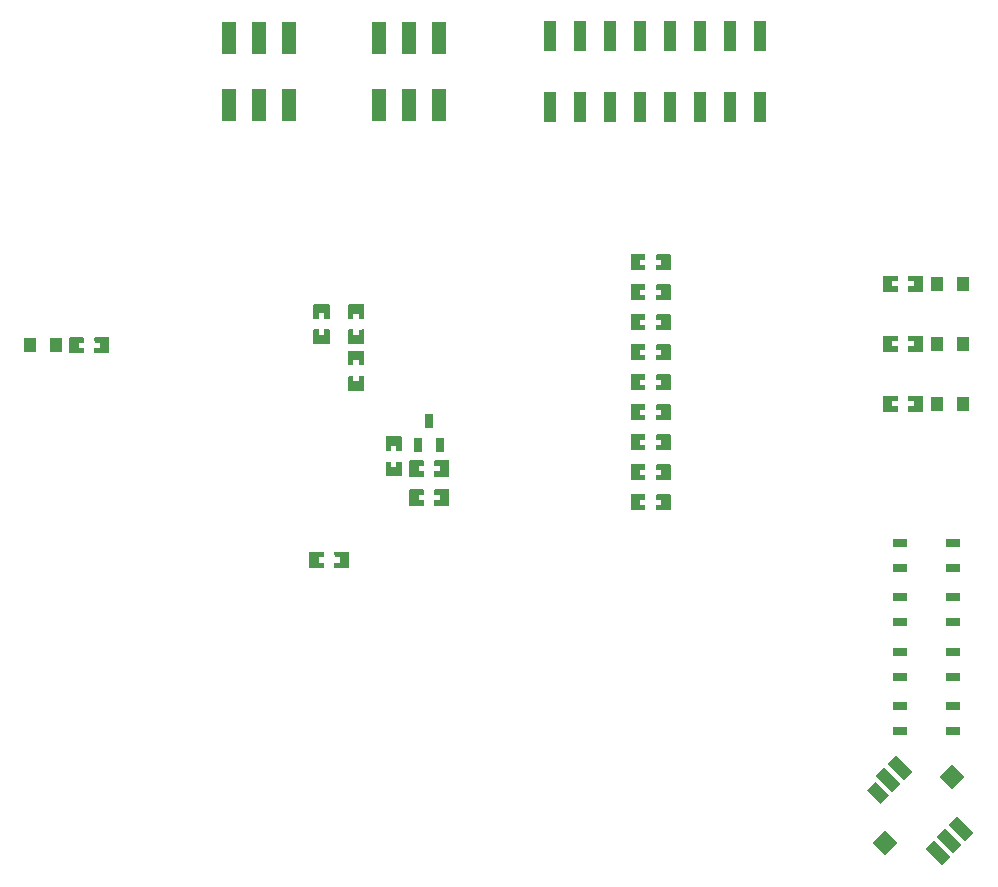
<source format=gtp>
G04 Layer: TopPasteMaskLayer*
G04 EasyEDA Pro v2.1.21.9b64d12f.b3811b, 2024-07-11 22:11:45*
G04 Gerber Generator version 0.3*
G04 Scale: 100 percent, Rotated: No, Reflected: No*
G04 Dimensions in millimeters*
G04 Leading zeros omitted, absolute positions, 3 integers and 3 decimals*
%FSLAX33Y33*%
%MOMM*%
%AMRect*21,1,$1,$2,0,0,$3*%
%ADD10R,1.0X1.25*%
%ADD11R,1.0X1.25*%
%ADD12R,0.7X1.25*%
%ADD13R,1.27X2.8*%
%ADD14Rect,2.0X1.0X-45.0*%
%ADD15Rect,1.6036X1.0X-45.0*%
%ADD16Rect,1.6X1.0X-45.0*%
%ADD17Rect,1.5X1.5X-45.0*%
%ADD18R,1.3X0.7*%
%ADD19R,1.02X2.5*%
G75*


G04 PolygonModel Start*
G36*
G01X49653Y2931D02*
G01X49653Y1651D01*
G01X49603Y1601D01*
G01X48453D01*
G01X48403Y1651D01*
G01X48398Y2061D01*
G01X48848D01*
G01Y2511D01*
G01X48408D01*
G01X48403Y2931D01*
G01X48453Y2981D01*
G01X49603D01*
G01X49653Y2931D01*
G37*
G36*
G01X47503Y2931D02*
G01X47503Y2511D01*
G01X47058D01*
G01Y2061D01*
G01X47498D01*
G01X47503Y1651D01*
G01X47453Y1601D01*
G01X46303D01*
G01X46253Y1651D01*
G01Y2931D01*
G01X46303Y2981D01*
G01X47453D01*
G01X47503Y2931D01*
G37*
G36*
G01X49653Y8011D02*
G01X49653Y6731D01*
G01X49603Y6681D01*
G01X48453D01*
G01X48403Y6731D01*
G01X48398Y7141D01*
G01X48848D01*
G01Y7591D01*
G01X48408D01*
G01X48403Y8011D01*
G01X48453Y8061D01*
G01X49603D01*
G01X49653Y8011D01*
G37*
G36*
G01X47503Y8011D02*
G01X47503Y7591D01*
G01X47058D01*
G01Y7141D01*
G01X47498D01*
G01X47503Y6731D01*
G01X47453Y6681D01*
G01X46303D01*
G01X46253Y6731D01*
G01Y8011D01*
G01X46303Y8061D01*
G01X47453D01*
G01X47503Y8011D01*
G37*
G36*
G01X-22655Y6599D02*
G01X-22655Y7879D01*
G01X-22605Y7929D01*
G01X-21455D01*
G01X-21405Y7879D01*
G01X-21400Y7469D01*
G01X-21850D01*
G01Y7019D01*
G01X-21410D01*
G01X-21405Y6599D01*
G01X-21455Y6549D01*
G01X-22605D01*
G01X-22655Y6599D01*
G37*
G36*
G01X-20505Y6599D02*
G01X-20505Y7019D01*
G01X-20060D01*
G01Y7469D01*
G01X-20500D01*
G01X-20505Y7879D01*
G01X-20455Y7929D01*
G01X-19305D01*
G01X-19255Y7879D01*
G01Y6599D01*
G01X-19305Y6549D01*
G01X-20455D01*
G01X-20505Y6599D01*
G37*
G36*
G01X28282Y7294D02*
G01X28282Y6014D01*
G01X28232Y5964D01*
G01X27082D01*
G01X27032Y6014D01*
G01X27027Y6424D01*
G01X27477D01*
G01Y6874D01*
G01X27037D01*
G01X27032Y7294D01*
G01X27082Y7344D01*
G01X28232D01*
G01X28282Y7294D01*
G37*
G36*
G01X26132Y7294D02*
G01X26132Y6874D01*
G01X25687D01*
G01Y6424D01*
G01X26127D01*
G01X26132Y6014D01*
G01X26082Y5964D01*
G01X24932D01*
G01X24882Y6014D01*
G01Y7294D01*
G01X24932Y7344D01*
G01X26082D01*
G01X26132Y7294D01*
G37*
G36*
G01X28282Y9834D02*
G01X28282Y8554D01*
G01X28232Y8504D01*
G01X27082D01*
G01X27032Y8554D01*
G01X27027Y8964D01*
G01X27477D01*
G01Y9414D01*
G01X27037D01*
G01X27032Y9834D01*
G01X27082Y9884D01*
G01X28232D01*
G01X28282Y9834D01*
G37*
G36*
G01X26132Y9834D02*
G01X26132Y9414D01*
G01X25687D01*
G01Y8964D01*
G01X26127D01*
G01X26132Y8554D01*
G01X26082Y8504D01*
G01X24932D01*
G01X24882Y8554D01*
G01Y9834D01*
G01X24932Y9884D01*
G01X26082D01*
G01X26132Y9834D01*
G37*
G36*
G01X28282Y12374D02*
G01X28282Y11094D01*
G01X28232Y11044D01*
G01X27082D01*
G01X27032Y11094D01*
G01X27027Y11504D01*
G01X27477D01*
G01Y11954D01*
G01X27037D01*
G01X27032Y12374D01*
G01X27082Y12424D01*
G01X28232D01*
G01X28282Y12374D01*
G37*
G36*
G01X26132Y12374D02*
G01X26132Y11954D01*
G01X25687D01*
G01Y11504D01*
G01X26127D01*
G01X26132Y11094D01*
G01X26082Y11044D01*
G01X24932D01*
G01X24882Y11094D01*
G01Y12374D01*
G01X24932Y12424D01*
G01X26082D01*
G01X26132Y12374D01*
G37*
G36*
G01X28282Y14914D02*
G01X28282Y13634D01*
G01X28232Y13584D01*
G01X27082D01*
G01X27032Y13634D01*
G01X27027Y14044D01*
G01X27477D01*
G01Y14494D01*
G01X27037D01*
G01X27032Y14914D01*
G01X27082Y14964D01*
G01X28232D01*
G01X28282Y14914D01*
G37*
G36*
G01X26132Y14914D02*
G01X26132Y14494D01*
G01X25687D01*
G01Y14044D01*
G01X26127D01*
G01X26132Y13634D01*
G01X26082Y13584D01*
G01X24932D01*
G01X24882Y13634D01*
G01Y14914D01*
G01X24932Y14964D01*
G01X26082D01*
G01X26132Y14914D01*
G37*
G36*
G01X28282Y-5406D02*
G01X28282Y-6686D01*
G01X28232Y-6736D01*
G01X27082D01*
G01X27032Y-6686D01*
G01X27027Y-6276D01*
G01X27477D01*
G01Y-5826D01*
G01X27037D01*
G01X27032Y-5406D01*
G01X27082Y-5356D01*
G01X28232D01*
G01X28282Y-5406D01*
G37*
G36*
G01X26132Y-5406D02*
G01X26132Y-5826D01*
G01X25687D01*
G01Y-6276D01*
G01X26127D01*
G01X26132Y-6686D01*
G01X26082Y-6736D01*
G01X24932D01*
G01X24882Y-6686D01*
G01Y-5406D01*
G01X24932Y-5356D01*
G01X26082D01*
G01X26132Y-5406D01*
G37*
G36*
G01X28282Y-2866D02*
G01X28282Y-4146D01*
G01X28232Y-4196D01*
G01X27082D01*
G01X27032Y-4146D01*
G01X27027Y-3736D01*
G01X27477D01*
G01Y-3286D01*
G01X27037D01*
G01X27032Y-2866D01*
G01X27082Y-2816D01*
G01X28232D01*
G01X28282Y-2866D01*
G37*
G36*
G01X26132Y-2866D02*
G01X26132Y-3286D01*
G01X25687D01*
G01Y-3736D01*
G01X26127D01*
G01X26132Y-4146D01*
G01X26082Y-4196D01*
G01X24932D01*
G01X24882Y-4146D01*
G01Y-2866D01*
G01X24932Y-2816D01*
G01X26082D01*
G01X26132Y-2866D01*
G37*
G36*
G01X28282Y-326D02*
G01X28282Y-1606D01*
G01X28232Y-1656D01*
G01X27082D01*
G01X27032Y-1606D01*
G01X27027Y-1196D01*
G01X27477D01*
G01Y-746D01*
G01X27037D01*
G01X27032Y-326D01*
G01X27082Y-276D01*
G01X28232D01*
G01X28282Y-326D01*
G37*
G36*
G01X26132Y-326D02*
G01X26132Y-746D01*
G01X25687D01*
G01Y-1196D01*
G01X26127D01*
G01X26132Y-1606D01*
G01X26082Y-1656D01*
G01X24932D01*
G01X24882Y-1606D01*
G01Y-326D01*
G01X24932Y-276D01*
G01X26082D01*
G01X26132Y-326D01*
G37*
G36*
G01X28282Y4754D02*
G01X28282Y3474D01*
G01X28232Y3424D01*
G01X27082D01*
G01X27032Y3474D01*
G01X27027Y3884D01*
G01X27477D01*
G01Y4334D01*
G01X27037D01*
G01X27032Y4754D01*
G01X27082Y4804D01*
G01X28232D01*
G01X28282Y4754D01*
G37*
G36*
G01X26132Y4754D02*
G01X26132Y4334D01*
G01X25687D01*
G01Y3884D01*
G01X26127D01*
G01X26132Y3474D01*
G01X26082Y3424D01*
G01X24932D01*
G01X24882Y3474D01*
G01Y4754D01*
G01X24932Y4804D01*
G01X26082D01*
G01X26132Y4754D01*
G37*
G36*
G01X28282Y2214D02*
G01X28282Y934D01*
G01X28232Y884D01*
G01X27082D01*
G01X27032Y934D01*
G01X27027Y1344D01*
G01X27477D01*
G01Y1794D01*
G01X27037D01*
G01X27032Y2214D01*
G01X27082Y2264D01*
G01X28232D01*
G01X28282Y2214D01*
G37*
G36*
G01X26132Y2214D02*
G01X26132Y1794D01*
G01X25687D01*
G01Y1344D01*
G01X26127D01*
G01X26132Y934D01*
G01X26082Y884D01*
G01X24932D01*
G01X24882Y934D01*
G01Y2214D01*
G01X24932Y2264D01*
G01X26082D01*
G01X26132Y2214D01*
G37*
G36*
G01X6128Y-6300D02*
G01X6128Y-5020D01*
G01X6178Y-4970D01*
G01X7328D01*
G01X7378Y-5020D01*
G01X7383Y-5430D01*
G01X6933D01*
G01Y-5880D01*
G01X7373D01*
G01X7378Y-6300D01*
G01X7328Y-6350D01*
G01X6178D01*
G01X6128Y-6300D01*
G37*
G36*
G01X8278Y-6300D02*
G01X8278Y-5880D01*
G01X8723D01*
G01Y-5430D01*
G01X8283D01*
G01X8278Y-5020D01*
G01X8328Y-4970D01*
G01X9478D01*
G01X9528Y-5020D01*
G01Y-6300D01*
G01X9478Y-6350D01*
G01X8328D01*
G01X8278Y-6300D01*
G37*
G36*
G01X6128Y-3842D02*
G01X6128Y-2562D01*
G01X6178Y-2512D01*
G01X7328D01*
G01X7378Y-2562D01*
G01X7383Y-2972D01*
G01X6933D01*
G01Y-3422D01*
G01X7373D01*
G01X7378Y-3842D01*
G01X7328Y-3892D01*
G01X6178D01*
G01X6128Y-3842D01*
G37*
G36*
G01X8278Y-3842D02*
G01X8278Y-3422D01*
G01X8723D01*
G01Y-2972D01*
G01X8283D01*
G01X8278Y-2562D01*
G01X8328Y-2512D01*
G01X9478D01*
G01X9528Y-2562D01*
G01Y-3842D01*
G01X9478Y-3892D01*
G01X8328D01*
G01X8278Y-3842D01*
G37*
G36*
G01X1065Y-10282D02*
G01X1065Y-11562D01*
G01X1015Y-11612D01*
G01X-135D01*
G01X-185Y-11562D01*
G01X-190Y-11152D01*
G01X260D01*
G01Y-10702D01*
G01X-180D01*
G01X-185Y-10282D01*
G01X-135Y-10232D01*
G01X1015D01*
G01X1065Y-10282D01*
G37*
G36*
G01X-1085Y-10282D02*
G01X-1085Y-10702D01*
G01X-1530D01*
G01Y-11152D01*
G01X-1090D01*
G01X-1085Y-11562D01*
G01X-1135Y-11612D01*
G01X-2285D01*
G01X-2335Y-11562D01*
G01Y-10282D01*
G01X-2285Y-10232D01*
G01X-1135D01*
G01X-1085Y-10282D01*
G37*
G36*
G01X2291Y3380D02*
G01X1011Y3380D01*
G01X961Y3430D01*
G01Y4580D01*
G01X1011Y4630D01*
G01X1421Y4635D01*
G01Y4185D01*
G01X1871D01*
G01Y4625D01*
G01X2291Y4630D01*
G01X2341Y4580D01*
G01Y3430D01*
G01X2291Y3380D01*
G37*
G36*
G01X2291Y5530D02*
G01X1871Y5530D01*
G01Y5975D01*
G01X1421D01*
G01Y5535D01*
G01X1011Y5530D01*
G01X961Y5580D01*
G01Y6730D01*
G01X1011Y6780D01*
G01X2291D01*
G01X2341Y6730D01*
G01Y5580D01*
G01X2291Y5530D01*
G37*
G36*
G01X2291Y7330D02*
G01X1011Y7330D01*
G01X961Y7380D01*
G01Y8530D01*
G01X1011Y8580D01*
G01X1421Y8585D01*
G01Y8135D01*
G01X1871D01*
G01Y8575D01*
G01X2291Y8580D01*
G01X2341Y8530D01*
G01Y7380D01*
G01X2291Y7330D01*
G37*
G36*
G01X2291Y9480D02*
G01X1871Y9480D01*
G01Y9925D01*
G01X1421D01*
G01Y9485D01*
G01X1011Y9480D01*
G01X961Y9530D01*
G01Y10680D01*
G01X1011Y10730D01*
G01X2291D01*
G01X2341Y10680D01*
G01Y9530D01*
G01X2291Y9480D01*
G37*
G36*
G01X-650Y7342D02*
G01X-1930Y7342D01*
G01X-1980Y7392D01*
G01Y8542D01*
G01X-1930Y8592D01*
G01X-1520Y8597D01*
G01Y8147D01*
G01X-1070D01*
G01Y8587D01*
G01X-650Y8592D01*
G01X-600Y8542D01*
G01Y7392D01*
G01X-650Y7342D01*
G37*
G36*
G01X-650Y9492D02*
G01X-1070Y9492D01*
G01Y9937D01*
G01X-1520D01*
G01Y9497D01*
G01X-1930Y9492D01*
G01X-1980Y9542D01*
G01Y10692D01*
G01X-1930Y10742D01*
G01X-650D01*
G01X-600Y10692D01*
G01Y9542D01*
G01X-650Y9492D01*
G37*
G36*
G01X49653Y13091D02*
G01X49653Y11811D01*
G01X49603Y11761D01*
G01X48453D01*
G01X48403Y11811D01*
G01X48398Y12221D01*
G01X48848D01*
G01Y12671D01*
G01X48408D01*
G01X48403Y13091D01*
G01X48453Y13141D01*
G01X49603D01*
G01X49653Y13091D01*
G37*
G36*
G01X47503Y13091D02*
G01X47503Y12671D01*
G01X47058D01*
G01Y12221D01*
G01X47498D01*
G01X47503Y11811D01*
G01X47453Y11761D01*
G01X46303D01*
G01X46253Y11811D01*
G01Y13091D01*
G01X46303Y13141D01*
G01X47453D01*
G01X47503Y13091D01*
G37*
G36*
G01X4186Y-459D02*
G01X5466Y-459D01*
G01X5516Y-509D01*
G01Y-1659D01*
G01X5466Y-1709D01*
G01X5056Y-1714D01*
G01Y-1264D01*
G01X4606D01*
G01Y-1704D01*
G01X4186Y-1709D01*
G01X4136Y-1659D01*
G01Y-509D01*
G01X4186Y-459D01*
G37*
G36*
G01X4186Y-2609D02*
G01X4606Y-2609D01*
G01Y-3054D01*
G01X5056D01*
G01Y-2614D01*
G01X5466Y-2609D01*
G01X5516Y-2659D01*
G01Y-3809D01*
G01X5466Y-3859D01*
G01X4186D01*
G01X4136Y-3809D01*
G01Y-2659D01*
G01X4186Y-2609D01*
G37*
G04 PolygonModel End*

G04 Pad Start*
G54D10*
G01X50843Y2296D03*
G01X53043Y2296D03*
G01X50843Y7376D03*
G01X53043Y7376D03*
G54D11*
G01X-23792Y7239D03*
G01X-25992Y7239D03*
G54D12*
G01X6878Y-1199D03*
G01X8778Y-1199D03*
G01X7828Y801D03*
G54D13*
G01X-4028Y33216D03*
G01X-4028Y27617D03*
G01X-6568Y33216D03*
G01X-6568Y27617D03*
G01X-9108Y33216D03*
G01X-9108Y27617D03*
G01X8672Y33216D03*
G01X8672Y27617D03*
G01X6132Y33216D03*
G01X6132Y27617D03*
G01X3592Y33216D03*
G01X3592Y27617D03*
G54D14*
G01X47667Y-28542D03*
G01X46677Y-29532D03*
G54D16*
G01X45829Y-30664D03*
G54D14*
G01X52865Y-33740D03*
G01X51875Y-34730D03*
G01X50885Y-35720D03*
G54D17*
G01X52087Y-29320D03*
G01X46465Y-34942D03*
G54D18*
G01X52194Y-25455D03*
G01X47694Y-25455D03*
G01X52194Y-23304D03*
G01X47694Y-23304D03*
G01X52194Y-20840D03*
G01X47694Y-20840D03*
G01X52194Y-18690D03*
G01X47694Y-18690D03*
G01X52194Y-16226D03*
G01X47694Y-16226D03*
G01X52194Y-14076D03*
G01X47694Y-14076D03*
G01X52194Y-11612D03*
G01X47694Y-11612D03*
G01X52194Y-9461D03*
G01X47694Y-9461D03*
G54D10*
G01X50843Y12456D03*
G01X53043Y12456D03*
G54D19*
G01X28194Y27416D03*
G01X28194Y33416D03*
G01X30734Y27416D03*
G01X30734Y33416D03*
G01X33274Y27416D03*
G01X33274Y33416D03*
G01X35814Y27416D03*
G01X35814Y33416D03*
G01X25654Y33417D03*
G01X25654Y27417D03*
G01X23114Y33417D03*
G01X23114Y27417D03*
G01X20574Y33417D03*
G01X20574Y27417D03*
G01X18034Y33417D03*
G01X18034Y27417D03*
G04 Pad End*

M02*

</source>
